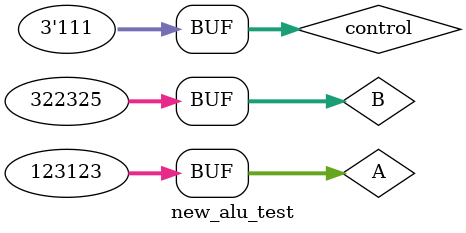
<source format=v>
`timescale 1ns / 1ps


module new_alu_test;

	// Inputs
	reg [31:0] A;
	reg [31:0] B;
	reg [2:0] control;

	// Outputs
	wire [31:0] result;

	// Instantiate the Unit Under Test (UUT)
	alu uut (
		.A(A), 
		.B(B), 
		.control(control), 
		.result(result)
	);

	initial begin
		// Initialize Inputs
		A = 0;
		B = 0;
		control = 0;

		// Wait 100 ns for global reset to finish
		#100;
      A = 32'd123123;
		B = 32'd234234;
		control = 3'b000;	// add
		
		#100;
      A = 32'd123123;
		B = 32'd234234;
		control = 3'b001;	// sub
		
		#100;
      A = 32'h0101;
		B = 32'h1010;
		control = 3'b010;	// nor
		
		#100;
      A = 32'hABCD;
		B = 32'hEFAB;
		control = 3'b011;	// and
		
		#100;
      A = 32'd123123;
		B = 32'd322325;
		control = 3'b111;	// slt
		// Add stimulus here

	end
      
endmodule


</source>
